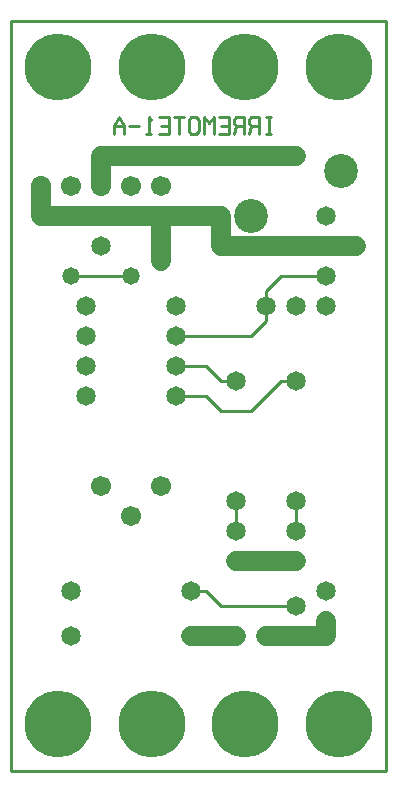
<source format=gbl>
%MOIN*%
%FSLAX25Y25*%
G04 D10 used for Character Trace; *
G04     Circle (OD=.01000) (No hole)*
G04 D11 used for Power Trace; *
G04     Circle (OD=.06700) (No hole)*
G04 D12 used for Signal Trace; *
G04     Circle (OD=.01100) (No hole)*
G04 D13 used for Via; *
G04     Circle (OD=.05800) (Round. Hole ID=.02800)*
G04 D14 used for Component hole; *
G04     Circle (OD=.06500) (Round. Hole ID=.03500)*
G04 D15 used for Component hole; *
G04     Circle (OD=.06700) (Round. Hole ID=.04300)*
G04 D16 used for Component hole; *
G04     Circle (OD=.08100) (Round. Hole ID=.05100)*
G04 D17 used for Component hole; *
G04     Circle (OD=.08900) (Round. Hole ID=.05900)*
G04 D18 used for Component hole; *
G04     Circle (OD=.11300) (Round. Hole ID=.08300)*
G04 D19 used for Component hole; *
G04     Circle (OD=.16000) (Round. Hole ID=.13000)*
G04 D20 used for Component hole; *
G04     Circle (OD=.18300) (Round. Hole ID=.15300)*
G04 D21 used for Component hole; *
G04     Circle (OD=.22291) (Round. Hole ID=.19291)*
%ADD10C,.01000*%
%ADD11C,.06700*%
%ADD12C,.01100*%
%ADD13C,.05800*%
%ADD14C,.06500*%
%ADD15C,.06700*%
%ADD16C,.08100*%
%ADD17C,.08900*%
%ADD18C,.11300*%
%ADD19C,.16000*%
%ADD20C,.18300*%
%ADD21C,.22291*%
%IPPOS*%
%LPD*%
G90*X0Y0D02*D21*X15625Y15625D03*D14*              
X20000Y45000D03*D21*X46875Y15625D03*D14*          
X60000Y60000D03*D12*X65000D01*X70000Y55000D01*    
X95000D01*D14*D03*D11*X85000Y45000D02*X105000D01* 
D14*X85000D03*X75000D03*D11*X60000D01*D14*D03*    
X75000Y70000D03*D11*X95000D01*D14*D03*            
X105000Y60000D03*X95000Y80000D03*D12*Y90000D01*   
D14*D03*X75000D03*D12*Y80000D01*D14*D03*D15*      
X50000Y95000D03*D14*X105000Y50000D03*D11*         
Y45000D01*D21*X78125Y15625D03*X109375D03*D12*     
X0Y0D02*X125000D01*X0D02*Y250000D01*X125000D01*   
Y0D01*D15*X40000Y85000D03*X30000Y95000D03*D14*    
X20000Y60000D03*D12*X70000Y120000D02*X80000D01*   
X70000D02*X65000Y125000D01*X55000D01*D14*D03*D12* 
X70000Y130000D02*X65000Y135000D01*                
X70000Y130000D02*X75000D01*D14*D03*D12*           
X55000Y135000D02*X65000D01*D14*X55000D03*         
Y145000D03*D12*X80000D01*X85000Y150000D01*        
Y155000D01*D14*D03*D12*Y160000D01*                
X90000Y165000D01*X105000D01*D14*D03*              
X115000Y175000D03*D11*X70000D01*Y185000D01*       
X50000D01*Y175000D01*D14*D03*D11*Y170000D01*D13*  
X40000Y165000D03*D12*X20000D01*D13*D03*D14*       
X30000Y175000D03*X25000Y155000D03*Y145000D03*D11* 
X10000Y185000D02*X50000D01*D15*X40000Y195000D03*  
X50000D03*D11*X30000D02*Y205000D01*D15*Y195000D03*
D11*Y205000D02*X95000D01*D13*D03*D18*             
X110000Y200000D03*X80000Y185000D03*D14*X105000D03*
D21*X109375Y234375D03*X78125D03*D14*              
X55000Y155000D03*D21*X46875Y234375D03*D14*        
X95000Y155000D03*X105000D03*D10*X85837Y212129D02* 
Y217871D01*X86674Y212129D02*X85000D01*            
X86674Y217871D02*X85000D01*X82511Y212129D02*      
Y217871D01*X80000D01*X79163Y216914D01*Y215957D01* 
X80000Y215000D01*X82511D01*X80000D02*             
X79163Y212129D01*X77511D02*Y217871D01*X75000D01*  
X74163Y216914D01*Y215957D01*X75000Y215000D01*     
X77511D01*X75000D02*X74163Y212129D01*X69163D02*   
X72511D01*Y217871D01*X69163D01*X72511Y215000D02*  
X70000D01*X67511Y212129D02*Y217871D01*            
X65837Y215957D01*X64163Y217871D01*Y212129D01*     
X59163Y213086D02*X60000Y212129D01*X61674D01*      
X62511Y213086D01*Y216914D01*X61674Y217871D01*     
X60000D01*X59163Y216914D01*Y213086D01*            
X55837Y212129D02*Y217871D01*X57511D02*X54163D01*  
X49163Y212129D02*X52511D01*Y217871D01*X49163D01*  
X52511Y215000D02*X50000D01*X46674Y216914D02*      
X45837Y217871D01*Y212129D01*X46674D02*X45000D01*  
X42511Y215000D02*X39163D01*X37511Y212129D02*      
Y215000D01*X35837Y217871D01*X34163Y215000D01*     
Y212129D01*X37511Y215000D02*X34163D01*D14*        
X25000Y135000D03*D12*X80000Y120000D02*            
X90000Y130000D01*X95000D01*D14*D03*               
X25000Y125000D03*D15*X20000Y195000D03*X10000D03*  
D11*Y185000D01*D21*X15625Y234375D03*M02*          

</source>
